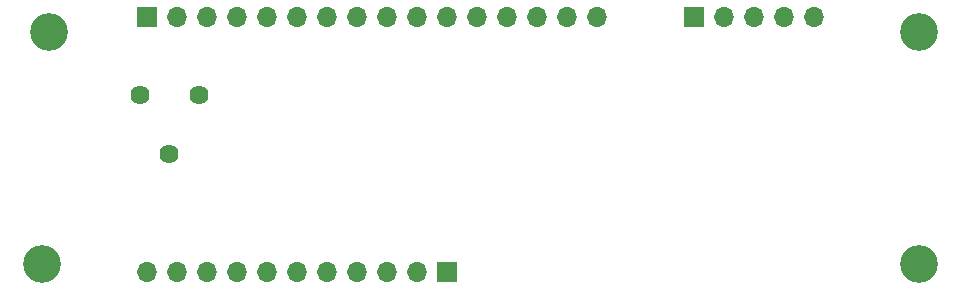
<source format=gbs>
%TF.GenerationSoftware,KiCad,Pcbnew,(6.0.7)*%
%TF.CreationDate,2022-09-26T21:00:32+02:00*%
%TF.ProjectId,LcdResolver,4c636452-6573-46f6-9c76-65722e6b6963,0*%
%TF.SameCoordinates,Original*%
%TF.FileFunction,Soldermask,Bot*%
%TF.FilePolarity,Negative*%
%FSLAX46Y46*%
G04 Gerber Fmt 4.6, Leading zero omitted, Abs format (unit mm)*
G04 Created by KiCad (PCBNEW (6.0.7)) date 2022-09-26 21:00:32*
%MOMM*%
%LPD*%
G01*
G04 APERTURE LIST*
%ADD10R,1.700000X1.700000*%
%ADD11O,1.700000X1.700000*%
%ADD12C,1.620000*%
%ADD13C,3.200000*%
G04 APERTURE END LIST*
D10*
%TO.C,J2*%
X110871000Y-84888000D03*
D11*
X113411000Y-84888000D03*
X115951000Y-84888000D03*
X118491000Y-84888000D03*
X121031000Y-84888000D03*
X123571000Y-84888000D03*
X126111000Y-84888000D03*
X128651000Y-84888000D03*
X131191000Y-84888000D03*
X133731000Y-84888000D03*
X136271000Y-84888000D03*
X138811000Y-84888000D03*
X141351000Y-84888000D03*
X143891000Y-84888000D03*
X146431000Y-84888000D03*
X148971000Y-84888000D03*
%TD*%
D12*
%TO.C,RV1*%
X110276000Y-91532000D03*
X112776000Y-96532000D03*
X115276000Y-91532000D03*
%TD*%
D10*
%TO.C,J1*%
X136271000Y-106478000D03*
D11*
X133731000Y-106478000D03*
X131191000Y-106478000D03*
X128651000Y-106478000D03*
X126111000Y-106478000D03*
X123571000Y-106478000D03*
X121031000Y-106478000D03*
X118491000Y-106478000D03*
X115951000Y-106478000D03*
X113411000Y-106478000D03*
X110871000Y-106478000D03*
%TD*%
D13*
%TO.C,H2*%
X176276000Y-86158000D03*
%TD*%
D10*
%TO.C,J3*%
X157226000Y-84888000D03*
D11*
X159766000Y-84888000D03*
X162306000Y-84888000D03*
X164846000Y-84888000D03*
X167386000Y-84888000D03*
%TD*%
D13*
%TO.C,H4*%
X102616000Y-86158000D03*
%TD*%
%TO.C,H1*%
X176276000Y-105843000D03*
%TD*%
%TO.C,H3*%
X101981000Y-105843000D03*
%TD*%
M02*

</source>
